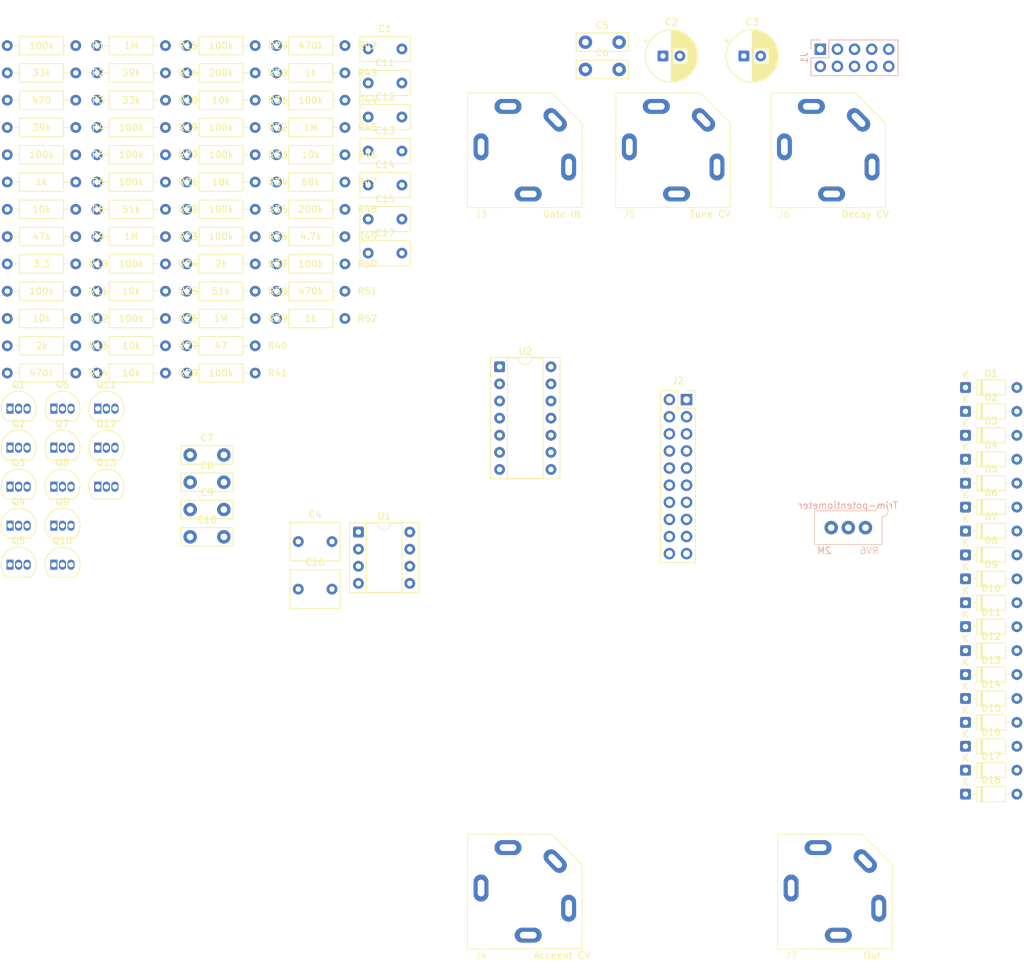
<source format=kicad_pcb>
(kicad_pcb (version 20241229) (generator "pcbnew") (generator_version "9.0")
  (layers (0 "F.Cu" signal) (2 "B.Cu" signal) (13 "F.Paste" user) (15 "B.Paste" user) (5 "F.SilkS" user "F.Silkscreen") (7 "B.SilkS" user "B.Silkscreen") (1 "F.Mask" user) (3 "B.Mask" user) (25 "Edge.Cuts" user))
  (net 0 "")
  (net 1 "Net-(Q1-E)")
  (net 2 "io tune decay 1")
  (net 3 "triangle 2")
  (net 4 "Net-(C12-Pad1)")
  (net 5 "Net-(D5-K)")
  (net 6 "GND")
  (net 7 "Net-(C15-Pad1)")
  (net 8 "Net-(Q9-E)")
  (net 9 "Net-(Q8-B)")
  (net 10 "Net-(Q8-E)")
  (net 11 "io fm on{slash}off pin 1")
  (net 12 "Net-(D11-K)")
  (net 13 "gate in")
  (net 14 "Net-(D3-A)")
  (net 15 "io decay pin 1")
  (net 16 "+12V")
  (net 17 "-12V")
  (net 18 "Net-(D1-A)")
  (net 19 "io tune lvl pin 2")
  (net 20 "Net-(D2-K)")
  (net 21 "tune 2")
  (net 22 "sine")
  (net 23 "accented trigger")
  (net 24 "trigger")
  (net 25 "Net-(D6-K)")
  (net 26 "Net-(D7-K)")
  (net 27 "square 1")
  (net 28 "square 2")
  (net 29 "Net-(D8-K)")
  (net 30 "Net-(D13-A)")
  (net 31 "Net-(D15-K)")
  (net 32 "accent cv")
  (net 33 "decay cv")
  (net 34 "tune cv")
  (net 35 "out")
  (net 36 "Net-(D17-A)")
  (net 37 "Net-(Q2-B)")
  (net 38 "io fm on{slash}off pin 2")
  (net 39 "io tune 1 pin 3")
  (net 40 "Net-(Q4-B)")
  (net 41 "Net-(Q4-C)")
  (net 42 "Net-(Q8-C)")
  (net 43 "Net-(Q11-B)")
  (net 44 "Net-(Q6-B)")
  (net 45 "Net-(Q6-C)")
  (net 46 "Net-(Q7-B)")
  (net 47 "Net-(Q7-C)")
  (net 48 "Net-(Q9-B)")
  (net 49 "Net-(Q10-C)")
  (net 50 "Net-(Q11-C)")
  (net 51 "Net-(Q10-B)")
  (net 52 "Net-(Q11-E)")
  (net 53 "Net-(Q12-E)")
  (net 54 "Net-(Q12-B)")
  (net 55 "tune 1")
  (net 56 "Net-(Q12-C)")
  (net 57 "Net-(Q13-E)")
  (net 58 "Net-(U1A--)")
  (net 59 "io decay pin 2")
  (net 61 "io tune 2 pin 2")
  (net 62 "io tune 2 pin 3")
  (net 63 "pulse")
  (net 64 "io sine{slash}pulse pin 2")
  (net 65 "io tune depth 1")
  (net 66 "Net-(U2A-+)")
  (net 67 "Net-(U2B-+)")
  (net 68 "Net-(U2C-+)")
  (net 70 "Net-(R45-Pad2)")
  (net 71 "Net-(U2D-+)")
  (net 72 "Net-(R48-Pad2)")
  (footprint "cynthia:R_Axial_DIN0207_L6.3mm_D2.5mm_P10.16mm_Horizontal" (layer "F.Cu") (at 81.86 23.46)
    (property "Reference" "R29" (at 13.5 0 0) (layer "F.SilkS"))
    (property "Value" "100k" (at 5.08 0 0) (layer "F.SilkS"))
    (pad "1" thru_hole circle (at 0 0) (size 1.6 1.6) (drill 0.8) (layers "*.Cu" "*.Mask") (net 6 "GND"))
    (pad "2" thru_hole circle (at 10.16 0) (size 1.6 1.6) (drill 0.8) (layers "*.Cu" "*.Mask") (net 67 "Net-(U2B-+)"))
  )
  (footprint "Package_TO_SOT_THT:TO-92_Inline" (layer "F.Cu") (at 55.65 77.34)
    (property "Reference" "Q1" (at 1.27 -3.56 0) (layer "F.SilkS"))
    (property "Value" "BC558")
    (pad "1" thru_hole rect (at 0 0) (size 1.05 1.5) (drill 0.75) (layers "*.Cu" "*.Mask") (net 6 "GND"))
    (pad "2" thru_hole oval (at 1.27 0) (size 1.05 1.5) (drill 0.75) (layers "*.Cu" "*.Mask") (net 14 "Net-(D3-A)"))
    (pad "3" thru_hole oval (at 2.54 0) (size 1.05 1.5) (drill 0.75) (layers "*.Cu" "*.Mask") (net 1 "Net-(Q1-E)"))
  )
  (footprint "Capacitor_THT:CP_Radial_D7.5mm_P2.50mm" (layer "F.Cu") (at 152.5 25)
    (property "Reference" "C2" (at 1.25 -5 0) (layer "F.SilkS"))
    (property "Value" "47uF")
    (pad "1" thru_hole roundrect (at 0 0) (size 1.6 1.6) (drill 0.8) (layers "*.Cu" "*.Mask") (roundrect_rratio 0.15625) (net 16 "+12V"))
    (pad "2" thru_hole circle (at 2.5 0) (size 1.6 1.6) (drill 0.8) (layers "*.Cu" "*.Mask") (net 6 "GND"))
  )
  (footprint "cynthia:R_Axial_DIN0207_L6.3mm_D2.5mm_P10.16mm_Horizontal" (layer "F.Cu") (at 68.55 43.71)
    (property "Reference" "R21" (at 13.5 0 0) (layer "F.SilkS"))
    (property "Value" "100k" (at 5.08 0 0) (layer "F.SilkS"))
    (pad "1" thru_hole circle (at 0 0) (size 1.6 1.6) (drill 0.8) (layers "*.Cu" "*.Mask") (net 30 "Net-(D13-A)"))
    (pad "2" thru_hole circle (at 10.16 0) (size 1.6 1.6) (drill 0.8) (layers "*.Cu" "*.Mask") (net 46 "Net-(Q7-B)"))
  )
  (footprint "cynthia:R_Axial_DIN0207_L6.3mm_D2.5mm_P10.16mm_Horizontal" (layer "F.Cu") (at 81.86 72.06)
    (property "Reference" "R41" (at 13.5 0 0) (layer "F.SilkS"))
    (property "Value" "100k" (at 5.08 0 0) (layer "F.SilkS"))
    (pad "1" thru_hole circle (at 0 0) (size 1.6 1.6) (drill 0.8) (layers "*.Cu" "*.Mask") (net 6 "GND"))
    (pad "2" thru_hole circle (at 10.16 0) (size 1.6 1.6) (drill 0.8) (layers "*.Cu" "*.Mask") (net 68 "Net-(U2C-+)"))
  )
  (footprint "Package_TO_SOT_THT:TO-92_Inline" (layer "F.Cu") (at 68.67 88.92)
    (property "Reference" "Q13" (at 1.27 -3.56 0) (layer "F.SilkS"))
    (property "Value" "BC558")
    (pad "1" thru_hole rect (at 0 0) (size 1.05 1.5) (drill 0.75) (layers "*.Cu" "*.Mask") (net 6 "GND"))
    (pad "2" thru_hole oval (at 1.27 0) (size 1.05 1.5) (drill 0.75) (layers "*.Cu" "*.Mask") (net 36 "Net-(D17-A)"))
    (pad "3" thru_hole oval (at 2.54 0) (size 1.05 1.5) (drill 0.75) (layers "*.Cu" "*.Mask") (net 57 "Net-(Q13-E)"))
  )
  (footprint "cynthia:6.25mm Jack Stereo Switched" (layer "F.Cu") (at 170.515885 45.484116)
    (property "Reference" "J6" (at 0 3 0) (layer "F.SilkS") (effects (font (thickness 0.1))))
    (property "Value" "Decay CV" (at 12 3 0) (layer "F.SilkS"))
    (pad "R" thru_hole oval (at 0 -7 90) (size 4 2.2) (drill oval 2.5 1) (layers "*.Cu" "*.Mask"))
    (pad "RN" thru_hole oval (at 4 -13) (size 4 2.2) (drill oval 2.5 1) (layers "*.Cu" "*.Mask"))
    (pad "S" thru_hole oval (at 11 -11 134) (size 4 2.2) (drill oval 2.5 1) (layers "*.Cu" "*.Mask") (net 6 "GND"))
    (pad "T" thru_hole oval (at 7 0) (size 4 2.2) (drill oval 2.5 1) (layers "*.Cu" "*.Mask") (net 33 "decay cv"))
    (pad "TN" thru_hole oval (at 13 -4 90) (size 4 2.2) (drill oval 2.5 1) (layers "*.Cu" "*.Mask") (net 6 "GND"))
  )
  (footprint "Diode_THT:D_DO-35_SOD27_P7.62mm_Horizontal" (layer "F.Cu") (at 197.38 74.2)
    (property "Reference" "D1" (at 3.81 -2.12 0) (layer "F.SilkS"))
    (property "Value" "1N4148")
    (fp_text user "K" (at 0 -1.8 0) (layer "F.SilkS"))
    (pad "1" thru_hole roundrect (at 0 0) (size 1.6 1.6) (drill 0.8) (layers "*.Cu" "*.Mask") (roundrect_rratio 0.15625) (net 2 "io tune decay 1"))
    (pad "2" thru_hole circle (at 7.62 0) (size 1.6 1.6) (drill 0.8) (layers "*.Cu" "*.Mask") (net 18 "Net-(D1-A)"))
  )
  (footprint "cynthia:R_Axial_DIN0207_L6.3mm_D2.5mm_P10.16mm_Horizontal" (layer "F.Cu") (at 81.86 39.66)
    (property "Reference" "R33" (at 13.5 0 0) (layer "F.SilkS"))
    (property "Value" "100k" (at 5.08 0 0) (layer "F.SilkS"))
    (pad "1" thru_hole circle (at 0 0) (size 1.6 1.6) (drill 0.8) (layers "*.Cu" "*.Mask") (net 38 "io fm on{slash}off pin 2"))
    (pad "2" thru_hole circle (at 10.16 0) (size 1.6 1.6) (drill 0.8) (layers "*.Cu" "*.Mask") (net 21 "tune 2"))
  )
  (footprint "cynthia:R_Axial_DIN0207_L6.3mm_D2.5mm_P10.16mm_Horizontal" (layer "F.Cu") (at 95.17 55.86)
    (property "Reference" "R50" (at 13.5 0 0) (layer "F.SilkS"))
    (property "Value" "100k" (at 5.08 0 0) (layer "F.SilkS"))
    (pad "1" thru_hole circle (at 0 0) (size 1.6 1.6) (drill 0.8) (layers "*.Cu" "*.Mask") (net 71 "Net-(U2D-+)"))
    (pad "2" thru_hole circle (at 10.16 0) (size 1.6 1.6) (drill 0.8) (layers "*.Cu" "*.Mask") (net 28 "square 2"))
  )
  (footprint "Package_TO_SOT_THT:TO-92_Inline" (layer "F.Cu") (at 62.16 77.34)
    (property "Reference" "Q6" (at 1.27 -3.56 0) (layer "F.SilkS"))
    (property "Value" "BC548")
    (pad "1" thru_hole rect (at 0 0) (size 1.05 1.5) (drill 0.75) (layers "*.Cu" "*.Mask") (net 45 "Net-(Q6-C)"))
    (pad "2" thru_hole oval (at 1.27 0) (size 1.05 1.5) (drill 0.75) (layers "*.Cu" "*.Mask") (net 44 "Net-(Q6-B)"))
    (pad "3" thru_hole oval (at 2.54 0) (size 1.05 1.5) (drill 0.75) (layers "*.Cu" "*.Mask") (net 6 "GND"))
  )
  (footprint "Diode_THT:D_DO-35_SOD27_P7.62mm_Horizontal" (layer "F.Cu") (at 197.38 84.85)
    (property "Reference" "D4" (at 3.81 -2.12 0) (layer "F.SilkS"))
    (property "Value" "1N4148")
    (fp_text user "K" (at 0 -1.8 0) (layer "F.SilkS"))
    (pad "1" thru_hole roundrect (at 0 0) (size 1.6 1.6) (drill 0.8) (layers "*.Cu" "*.Mask") (roundrect_rratio 0.15625) (net 14 "Net-(D3-A)"))
    (pad "2" thru_hole circle (at 7.62 0) (size 1.6 1.6) (drill 0.8) (layers "*.Cu" "*.Mask") (net 6 "GND"))
  )
  (footprint "Capacitor_THT:C_Rect_L7.2mm_W3.5mm_P5.00mm_FKS2_FKP2_MKS2_MKP2" (layer "F.Cu") (at 108.78 54.26)
    (property "Reference" "C17" (at 2.5 -3 0) (layer "F.SilkS"))
    (property "Value" "330pF")
    (pad "1" thru_hole circle (at 0 0) (size 1.6 1.6) (drill 0.8) (layers "*.Cu" "*.Mask") (net 3 "triangle 2"))
    (pad "2" thru_hole circle (at 5 0) (size 1.6 1.6) (drill 0.8) (layers "*.Cu" "*.Mask") (net 52 "Net-(Q11-E)"))
  )
  (footprint "cynthia:R_Axial_DIN0207_L6.3mm_D2.5mm_P10.16mm_Horizontal" (layer "F.Cu") (at 55.24 43.71)
    (property "Reference" "R6" (at 13.5 0 0) (layer "F.SilkS"))
    (property "Value" "1k" (at 5.08 0 0) (layer "F.SilkS"))
    (pad "1" thru_hole circle (at 0 0) (size 1.6 1.6) (drill 0.8) (layers "*.Cu" "*.Mask") (net 32 "accent cv"))
    (pad "2" thru_hole circle (at 10.16 0) (size 1.6 1.6) (drill 0.8) (layers "*.Cu" "*.Mask") (net 14 "Net-(D3-A)"))
  )
  (footprint "Package_TO_SOT_THT:TO-92_Inline" (layer "F.Cu") (at 68.67 77.34)
    (property "Reference" "Q11" (at 1.27 -3.56 0) (layer "F.SilkS"))
    (property "Value" "BC548")
    (pad "1" thru_hole rect (at 0 0) (size 1.05 1.5) (drill 0.75) (layers "*.Cu" "*.Mask") (net 50 "Net-(Q11-C)"))
    (pad "2" thru_hole oval (at 1.27 0) (size 1.05 1.5) (drill 0.75) (layers "*.Cu" "*.Mask") (net 43 "Net-(Q11-B)"))
    (pad "3" thru_hole oval (at 2.54 0) (size 1.05 1.5) (drill 0.75) (layers "*.Cu" "*.Mask") (net 52 "Net-(Q11-E)"))
  )
  (footprint "Capacitor_THT:C_Disc_D7.5mm_W2.5mm_P5.00mm" (layer "F.Cu") (at 82.37 88.26)
    (property "Reference" "C8" (at 2.5 -2.5 0) (layer "F.SilkS"))
    (property "Value" "100nF")
    (pad "1" thru_hole circle (at 0 0) (size 2 2) (drill 1) (layers "*.Cu" "*.Mask") (net 6 "GND"))
    (pad "2" thru_hole circle (at 5 0) (size 2 2) (drill 1) (layers "*.Cu" "*.Mask") (net 17 "-12V"))
  )
  (footprint "cynthia:6.25mm Jack Stereo Switched" (layer "F.Cu") (at 171.515885 155.484116)
    (property "Reference" "J7" (at 0 3 0) (layer "F.SilkS") (effects (font (thickness 0.1))))
    (property "Value" "Out" (at 12 3 0) (layer "F.SilkS"))
    (pad "R" thru_hole oval (at 0 -7 90) (size 4 2.2) (drill oval 2.5 1) (layers "*.Cu" "*.Mask"))
    (pad "RN" thru_hole oval (at 4 -13) (size 4 2.2) (drill oval 2.5 1) (layers "*.Cu" "*.Mask"))
    (pad "S" thru_hole oval (at 11 -11 134) (size 4 2.2) (drill oval 2.5 1) (layers "*.Cu" "*.Mask") (net 6 "GND"))
    (pad "T" thru_hole oval (at 7 0) (size 4 2.2) (drill oval 2.5 1) (layers "*.Cu" "*.Mask") (net 35 "out"))
    (pad "TN" thru_hole oval (at 13 -4 90) (size 4 2.2) (drill oval 2.5 1) (layers "*.Cu" "*.Mask") (net 6 "GND"))
  )
  (footprint "cynthia:R_Axial_DIN0207_L6.3mm_D2.5mm_P10.16mm_Horizontal" (layer "F.Cu") (at 55.24 55.86)
    (property "Reference" "R10" (at 13.5 0 0) (layer "F.SilkS"))
    (property "Value" "3.3" (at 5.08 0 0) (layer "F.SilkS"))
    (pad "1" thru_hole circle (at 0 0) (size 1.6 1.6) (drill 0.8) (layers "*.Cu" "*.Mask") (net 1 "Net-(Q1-E)"))
    (pad "2" thru_hole circle (at 10.16 0) (size 1.6 1.6) (drill 0.8) (layers "*.Cu" "*.Mask") (net 37 "Net-(Q2-B)"))
  )
  (footprint "Capacitor_THT:C_Rect_L7.2mm_W3.5mm_P5.00mm_FKS2_FKP2_MKS2_MKP2" (layer "F.Cu") (at 108.78 23.96)
    (property "Reference" "C1" (at 2.5 -3 0) (layer "F.SilkS"))
    (property "Value" "10nF")
    (pad "1" thru_hole circle (at 0 0) (size 1.6 1.6) (drill 0.8) (layers "*.Cu" "*.Mask") (net 13 "gate in"))
    (pad "2" thru_hole circle (at 5 0) (size 1.6 1.6) (drill 0.8) (layers "*.Cu" "*.Mask") (net 20 "Net-(D2-K)"))
  )
  (footprint "Capacitor_THT:C_Disc_D7.5mm_W2.5mm_P5.00mm" (layer "F.Cu") (at 82.37 84.21)
    (property "Reference" "C7" (at 2.5 -2.5 0) (layer "F.SilkS"))
    (property "Value" "100nF")
    (pad "1" thru_hole circle (at 0 0) (size 2 2) (drill 1) (layers "*.Cu" "*.Mask") (net 16 "+12V"))
    (pad "2" thru_hole circle (at 5 0) (size 2 2) (drill 1) (layers "*.Cu" "*.Mask") (net 6 "GND"))
  )
  (footprint "cynthia:R_Axial_DIN0207_L6.3mm_D2.5mm_P10.16mm_Horizontal" (layer "F.Cu") (at 95.17 31.56)
    (property "Reference" "R44" (at 13.5 0 0) (layer "F.SilkS"))
    (property "Value" "100k" (at 5.08 0 0) (layer "F.SilkS"))
    (pad "1" thru_hole circle (at 0 0) (size 1.6 1.6) (drill 0.8) (layers "*.Cu" "*.Mask") (net 51 "Net-(Q10-B)"))
    (pad "2" thru_hole circle (at 10.16 0) (size 1.6 1.6) (drill 0.8) (layers "*.Cu" "*.Mask") (net 28 "square 2"))
  )
  (footprint "Capacitor_THT:C_Disc_D7.5mm_W2.5mm_P5.00mm" (layer "F.Cu") (at 82.37 96.36)
    (property "Reference" "C10" (at 2.5 -2.5 0) (layer "F.SilkS"))
    (property "Value" "100nF")
    (pad "1" thru_hole circle (at 0 0) (size 2 2) (drill 1) (layers "*.Cu" "*.Mask") (net 6 "GND"))
    (pad "2" thru_hole circle (at 5 0) (size 2 2) (drill 1) (layers "*.Cu" "*.Mask") (net 17 "-12V"))
  )
  (footprint "cynthia:R_Axial_DIN0207_L6.3mm_D2.5mm_P10.16mm_Horizontal" (layer "F.Cu") (at 68.55 47.76)
    (property "Reference" "R22" (at 13.5 0 0) (layer "F.SilkS"))
    (property "Value" "51k" (at 5.08 0 0) (layer "F.SilkS"))
    (pad "1" thru_hole circle (at 0 0) (size 1.6 1.6) (drill 0.8) (layers "*.Cu" "*.Mask") (net 45 "Net-(Q6-C)"))
    (pad "2" thru_hole circle (at 10.16 0) (size 1.6 1.6) (drill 0.8) (layers "*.Cu" "*.Mask") (net 10 "Net-(Q8-E)"))
  )
  (footprint "cynthia:R_Axial_DIN0207_L6.3mm_D2.5mm_P10.16mm_Horizontal" (layer "F.Cu") (at 81.86 55.86)
    (property "Reference" "R37" (at 13.5 0 0) (layer "F.SilkS"))
    (property "Value" "2k" (at 5.08 0 0) (layer "F.SilkS"))
    (pad "1" thru_hole circle (at 0 0) (size 1.6 1.6) (drill 0.8) (layers "*.Cu" "*.Mask") (net 64 "io sine{slash}pulse pin 2"))
    (pad "2" thru_hole circle (at 10.16 0) (size 1.6 1.6) (drill 0.8) (layers "*.Cu" "*.Mask") (net 56 "Net-(Q12-C)"))
  )
  (footprint "cynthia:R_Axial_DIN0207_L6.3mm_D2.5mm_P10.16mm_Horizontal" (layer "F.Cu") (at 55.24 31.56)
    (property "Reference" "R3" (at 13.5 0 0) (layer "F.SilkS"))
    (property "Value" "470" (at 5.08 0 0) (layer "F.SilkS"))
    (pad "1" thru_hole circle (at 0 0) (size 1.6 1.6) (drill 0.8) (layers "*.Cu" "*.Mask") (net 24 "trigger"))
    (pad "2" thru_hole circle (at 10.16 0) (size 1.6 1.6) (drill 0.8) (layers "*.Cu" "*.Mask") (net 18 "Net-(D1-A)"))
  )
  (footprint "Capacitor_THT:C_Rect_L7.2mm_W3.5mm_P5.00mm_FKS2_FKP2_MKS2_MKP2" (layer "F.Cu") (at 108.78 29.01)
    (property "Reference" "C11" (at 2.5 -3 0) (layer "F.SilkS"))
    (property "Value" "5.6nF")
    (pad "1" thru_hole circle (at 0 0) (size 1.6 1.6) (drill 0.8) (layers "*.Cu" "*.Mask") (net 25 "Net-(D6-K)"))
    (pad "2" thru_hole circle (at 5 0) (size 1.6 1.6) (drill 0.8) (layers "*.Cu" "*.Mask") (net 6 "GND"))
  )
  (footprint "cynthia:R_Axial_DIN0207_L6.3mm_D2.5mm_P10.16mm_Horizontal" (layer "F.Cu") (at 68.55 31.56)
    (property "Reference" "R18" (at 13.5 0 0) (layer "F.SilkS"))
    (property "Value" "33k" (at 5.08 0 0) (layer "F.SilkS"))
    (pad "1" thru_hole circle (at 0 0) (size 1.6 1.6) (drill 0.8) (layers "*.Cu" "*.Mask") (net 61 "io tune 2 pin 2"))
    (pad "2" thru_hole circle (at 10.16 0) (size 1.6 1.6) (drill 0.8) (layers "*.Cu" "*.Mask") (net 21 "tune 2"))
  )
  (footprint "Capacitor_THT:C_Rect_L7.2mm_W3.5mm_P5.00mm_FKS2_FKP2_MKS2_MKP2" (layer "F.Cu") (at 108.78 49.21)
    (property "Reference" "C15" (at 2.5 -3 0) (layer "F.SilkS"))
    (property "Value" "15nF")
    (pad "1" thru_hole circle (at 0 0) (size 1.6 1.6) (drill 0.8) (layers "*.Cu" "*.Mask") (net 7 "Net-(C15-Pad1)"))
    (pad "2" thru_hole circle (at 5 0) (size 1.6 1.6) (drill 0.8) (layers "*.Cu" "*.Mask") (net 8 "Net-(Q9-E)"))
  )
  (footprint "cynthia:6.25mm Jack Stereo Switched" (layer "F.Cu") (at 125.515885 45.484116)
    (property "Reference" "J3" (at 0 3 0) (layer "F.SilkS") (effects (font (thickness 0.1))))
    (property "Value" "Gate IN" (at 12 3 0) (layer "F.SilkS"))
    (pad "R" thru_hole oval (at 0 -7 90) (size 4 2.2) (drill oval 2.5 1) (layers "*.Cu" "*.Mask"))
    (pad "RN" thru_hole oval (at 4 -13) (size 4 2.2) (drill oval 2.5 1) (layers "*.Cu" "*.Mask"))
    (pad "S" thru_hole oval (at 11 -11 134) (size 4 2.2) (drill oval 2.5 1) (layers "*.Cu" "*.Mask") (net 6 "GND"))
    (pad "T" thru_hole oval (at 7 0) (size 4 2.2) (drill oval 2.5 1) (layers "*.Cu" "*.Mask") (net 13 "gate in"))
    (pad "TN" thru_hole oval (at 13 -4 90) (size 4 2.2) (drill oval 2.5 1) (layers "*.Cu" "*.Mask") (net 6 "GND"))
  )
  (footprint "cynthia:R_Axial_DIN0207_L6.3mm_D2.5mm_P10.16mm_Horizontal" (layer "F.Cu") (at 95.17 23.46)
    (property "Reference" "R42" (at 13.5 0 0) (layer "F.SilkS"))
    (property "Value" "470k" (at 5.08 0 0) (layer "F.SilkS"))
    (pad "1" thru_hole circle (at 0 0) (size 1.6 1.6) (drill 0.8) (layers "*.Cu" "*.Mask") (net 15 "io decay pin 1"))
    (pad "2" thru_hole circle (at 10.16 0) (size 1.6 1.6) (drill 0.8) (layers "*.Cu" "*.Mask") (net 54 "Net-(Q12-B)"))
  )
  (footprint "cynthia:R_Axial_DIN0207_L6.3mm_D2.5mm_P10.16mm_Horizontal" (layer "F.Cu") (at 81.86 43.71)
    (property "Reference" "R34" (at 13.5 0 0) (layer "F.SilkS"))
    (property "Value" "18k" (at 5.08 0 0) (layer "F.SilkS"))
    (pad "1" thru_hole circle (at 0 0) (size 1.6 1.6) (drill 0.8) (layers "*.Cu" "*.Mask") (net 7 "Net-(C15-Pad1)"))
    (pad "2" thru_hole circle (at 10.16 0) (size 1.6 1.6) (drill 0.8) (layers "*.Cu" "*.Mask") (net 63 "pulse"))
  )
  (footprint "cynthia:R_Axial_DIN0207_L6.3mm_D2.5mm_P10.16mm_Horizontal" (layer "F.Cu") (at 81.86 63.96)
    (property "Reference" "R39" (at 13.5 0 0) (layer "F.SilkS"))
    (property "Value" "1M" (at 5.08 0 0) (layer "F.SilkS"))
    (pad "1" thru_hole circle (at 0 0) (size 1.6 1.6) (drill 0.8) (layers "*.Cu" "*.Mask") (net 24 "trigger"))
    (pad "2" thru_hole circle (at 10.16 0) (size 1.6 1.6) (drill 0.8) (layers "*.Cu" "*.Mask") (net 43 "Net-(Q11-B)"))
  )
  (footprint "cynthia:R_Axial_DIN0207_L6.3mm_D2.5mm_P10.16mm_Horizontal" (layer "F.Cu") (at 95.17 27.51)
    (property "Reference" "R43" (at 13.5 0 0) (layer "F.SilkS"))
    (property "Value" "1k" (at 5.08 0 0) (layer "F.SilkS"))
    (pad "1" thru_hole circle (at 0 0) (size 1.6 1.6) (drill 0.8) (layers "*.Cu" "*.Mask") (net 33 "decay cv"))
    (pad "2" thru_hole circle (at 10.16 0) (size 1.6 1.6) (drill 0.8) (layers "*.Cu" "*.Mask") (net 36 "Net-(D17-A)"))
  )
  (footprint "Capacitor_THT:CP_Radial_D7.5mm_P2.50mm" (layer "F.Cu") (at 164.5 25)
    (property "Reference" "C3" (at 1.25 -5 0) (layer "F.SilkS"))
    (property "Value" "47uF")
    (pad "1" thru_hole roundrect (at 0 0) (size 1.6 1.6) (drill 0.8) (layers "*.Cu" "*.Mask") (roundrect_rratio 0.15625) (net 6 "GND"))
    (pad "2" thru_hole circle (at 2.5 0) (size 1.6 1.6) (drill 0.8) (layers "*.Cu" "*.Mask") (net 17 "-12V"))
  )
  (footprint "Diode_THT:D_DO-35_SOD27_P7.62mm_Horizontal" (layer "F.Cu") (at 197.38 77.75)
    (property "Reference" "D2" (at 3.81 -2.12 0) (layer "F.SilkS"))
    (property "Value" "1N4148")
    (fp_text user "K" (at 0 -1.8 0) (layer "F.SilkS"))
    (pad "1" thru_hole roundrect (at 0 0) (size 1.6 1.6) (drill 0.8) (layers "*.Cu" "*.Mask") (roundrect_rratio 0.15625) (net 20 "Net-(D2-K)"))
    (pad "2" thru_hole circle (at 7.62 0) (size 1.6 1.6) (drill 0.8) (layers "*.Cu" "*.Mask") (net 6 "GND"))
  )
  (footprint "Diode_THT:D_DO-35_SOD27_P7.62mm_Horizontal" (layer "F.Cu") (at 197.38 95.5)
    (property "Reference" "D7" (at 3.81 -2.12 0) (layer "F.SilkS"))
    (property "Value" "1N4148")
    (fp_text user "K" (at 0 -1.8 0) (layer "F.SilkS"))
    (pad "1" thru_hole roundrect (at 0 0) (size 1.6 1.6) (drill 0.8) (layers "*.Cu" "*.Mask") (roundrect_rratio 0.15625) (net 26 "Net-(D7-K)"))
    (pad "2" thru_hole circle (at 7.62 0) (size 1.6 1.6) (drill 0.8) (layers "*.Cu" "*.Mask") (net 19 "io tune lvl pin 2"))
  )
  (footprint "cynthia:R_Axial_DIN0207_L6.3mm_D2.5mm_P10.16mm_Horizontal" (layer "F.Cu") (at 55.24 35.61)
    (property "Reference" "R4" (at 13.5 0 0) (layer "F.SilkS"))
    (property "Value" "39k" (at 5.08 0 0) (layer "F.SilkS"))
    (pad "1" thru_hole circle (at 0 0) (size 1.6 1.6) (drill 0.8) (layers "*.Cu" "*.Mask") (net 6 "GND"))
    (pad "2" thru_hole circle (at 10.16 0) (size 1.6 1.6) (drill 0.8) (layers "*.Cu" "*.Mask") (net 20 "Net-(D2-K)"))
  )
  (footprint "cynthia:R_Axial_DIN0207_L6.3mm_D2.5mm_P10.16mm_Horizontal" (layer "F.Cu") (at 55.24 68.01)
    (property "Reference" "R13" (at 13.5 0 0) (layer "F.SilkS"))
    (property "Value" "2k" (at 5.08 0 0) (layer "F.SilkS"))
    (pad "1" thru_hole circle (at 0 0) (size 1.6 1.6) (drill 0.8) (layers "*.Cu" "*.Mask") (net 3 "triangle 2"))
    (pad "2" thru_hole circle (at 10.16 0) (size 1.6 1.6) (drill 0.8) (layers "*.Cu" "*.Mask") (net 41 "Net-(Q4-C)"))
  )
  (footprint "cynthia:R_Axial_DIN0207_L6.3mm_D2.5mm_P10.16mm_Horizontal" (layer "F.Cu") (at 81.86 31.56)
    (property "Reference" "R31" (at 13.5 0 0) (layer "F.SilkS"))
    (property "Value" "10k" (at 5.08 0 0) (layer "F.SilkS"))
    (pad "1" thru_hole circle (at 0 0) (size 1.6 1.6) (drill 0.8) (layers "*.Cu" "*.Mask") (net 17 "-12V"))
    (pad "2" thru_hole circle (at 10.16 0) (size 1.6 1.6) (drill 0.8) (layers "*.Cu" "*.Mask") (net 8 "Net-(Q9-E)"))
  )
  (footprint "cynthia:R_Axial_DIN0207_L6.3mm_D2.5mm_P10.16mm_Horizontal" (layer "F.Cu") (at 95.17 63.96)
    (property "Reference" "R52" (at 13.5 0 0) (layer "F.SilkS"))
    (property "Value" "1k" (at 5.08 0 0) (layer "F.SilkS"))
    (pad "1" thru_hole circle (at 0 0) (size 1.6 1.6) (drill 0.8) (layers "*.Cu" "*.Mask") (net 72 "Net-(R48-Pad2)"))
    (pad "2" thru_hole circle (at 10.16 0) (size 1.6 1.6) (drill 0.8) (layers "*.Cu" "*.Mask") (net 35 "out"))
  )
  (footprint "Diode_THT:D_DO-35_SOD27_P7.62mm_Horizontal" (layer "F.Cu") (at 197.38 81.3)
    (property "Reference" "D3" (at 3.81 -2.12 0) (layer "F.SilkS"))
    (property "Value" "1N4148")
    (fp_text user "K" (at 0 -1.8 0) (layer "F.SilkS"))
    (pad "1" thru_hole roundrect (at 0 0) (size 1.6 1.6) (drill 0.8) (layers "*.Cu" "*.Mask") (roundrect_rratio 0.15625) (net 16 "+12V"))
    (pad "2" thru_hole circle (at 7.62 0) (size 1.6 1.6) (drill 0.8) (layers "*.Cu" "*.Mask") (net 14 "Net-(D3-A)"))
  )
  (footprint "cynthia:R_Axial_DIN0207_L6.3mm_D2.5mm_P10.16mm_Horizontal" (layer "F.Cu") (at 55.24 59.91)
    (property "Reference" "R11" (at 13.5 0 0) (layer "F.SilkS"))
    (property "Value" "100k" (at 5.08 0 0) (layer "F.SilkS"))
    (pad "1" thru_hole circle (at 0 0) (size 1.6 1.6) (drill 0.8) (layers "*.Cu" "*.Mask") (net 6 "GND"))
    (pad "2" thru_hole circle (at 10.16 0) (size 1.6 1.6) (drill 0.8) (layers "*.Cu" "*.Mask") (net 23 "accented trigger"))
  )
  (footprint "Capacitor_THT:C_Rect_L7.2mm_W5.5mm_P5.00mm_FKS2_FKP2_MKS2_MKP2" (layer "F.Cu") (at 98.41 97.07)
    (property "Reference" "C4" (at 2.5 -4 0) (layer "F.SilkS"))
    (property "Value" "470nF")
    (pad "1" thru_hole circle (at 0 0) (size 1.6 1.6) (drill 0.8) (layers "*.Cu" "*.Mask") (net 2 "io tune decay 1"))
    (pad "2" thru_hole circle (at 5 0) (size 1.6 1.6) (drill 0.8) (layers "*.Cu" "*.Mask") (net 6 "GND"))
  )
  (footprint "cynthia:R_Axial_DIN0207_L6.3mm_D2.5mm_P10.16mm_Horizontal" (layer "F.Cu") (at 68.55 72.06)
    (property "Reference" "R28" (at 13.5 0 0) (layer "F.SilkS"))
    (property "Value" "10k" (at 5.08 0 0) (layer "F.SilkS"))
    (pad "1" thru_hole circle (at 0 0) (size 1.6 1.6) (drill 0.8) (layers "*.Cu" "*.Mask") (net 8 "Net-(Q9-E)"))
    (pad "2" thru_hole circle (at 10.16 0) (size 1.6 1.6) (drill 0.8) (layers "*.Cu" "*.Mask") (net 4 "Net-(C12-Pad1)"))
  )
  (footprint "cynthia:R_Axial_DIN0207_L6.3mm_D2.5mm_P10.16mm_Horizontal" (layer "F.Cu") (at 55.24 51.81)
    (property "Reference" "R9" (at 13.5 0 0) (layer "F.SilkS"))
    (property "Value" "47k" (at 5.08 0 0) (layer "F.SilkS"))
    (pad "1" thru_hole circle (at 0 0) (size 1.6 1.6) (drill 0.8) (layers "*.Cu" "*.Mask") (net 5 "Net-(D5-K)"))
    (pad "2" thru_hole circle (at 10.16 0) (size 1.6 1.6) (drill 0.8) (layers "*.Cu" "*.Mask") (net 65 "io tune depth 1"))
  )
  (footprint "Package_TO_SOT_THT:TO-92_Inline" (layer "F.Cu") (at 68.67 83.13)
    (property "Reference" "Q12" (at 1.27 -3.56 0) (layer "F.SilkS"))
    (property "Value" "BC548")
    (pad "1" thru_hole rect (at 0 0) (size 1.05 1.5) (drill 0.75) (layers "*.Cu" "*.Mask") (net 56 "Net-(Q12-C)"))
    (pad "2" thru_hole oval (at 1.27 0) (size 1.05 1.5) (drill 0.75) (layers "*.Cu" "*.Mask") (net 54 "Net-(Q12-B)"))
    (pad "3" thru_hole oval (at 2.54 0) (size 1.05 1.5) (drill 0.75) (layers "*.Cu" "*.Mask") (net 53 "Net-(Q12-E)"))
  )
  (footprint "Capacitor_THT:C_Rect_L7.2mm_W3.5mm_P5.00mm_FKS2_FKP2_MKS2_MKP2" (layer "F.Cu") (at 108.78 34.06)
    (property "Reference" "C12" (at 2.5 -3 0) (layer "F.SilkS"))
    (property "Value" "470pF")
    (pad "1" thru_hole circle (at 0 0) (size 1.6 1.6) (drill 0.8) (layers "*.Cu" "*.Mask") (net 4 "Net-(C12-Pad1)"))
    (pad "2" thru_hole circle (at 5 0) (size 1.6 1.6) (drill 0.8) (layers "*.Cu" "*.Mask") (net 47 "Net-(Q7-C)"))
  )
  (footprint "Diode_THT:D_DO-35_SOD27_P7.62mm_Horizontal" (layer "F.Cu") (at 197.38 123.9)
    (property "Reference" "D15" (at 3.81 -2.12 0) (layer "F.SilkS"))
    (property "Value" "1N4148")
    (fp_text user "K" (at 0 -1.8 0) (layer "F.SilkS"))
    (pad "1" thru_hole roundrect (at 0 0) (size 1.6 1.6) (drill 0.8) (layers "*.Cu" "*.Mask") (roundrect_rratio 0.15625) (net 31 "Net-(D15-K)"))
    (pad "2" thru_hole circle (at 7.62 0) (size 1.6 1.6) (drill 0.8) (layers "*.Cu" "*.Mask") (net 21 "tune 2"))
  )
  (footprint "Package_TO_SOT_THT:TO-92_Inline" (layer "F.Cu") (at 62.16 83.13)
    (property "Reference" "Q7" (at 1.27 -3.56 0) (layer "F.SilkS"))
    (property "Value" "BC558")
    (pad "1" thru_hole rect (at 0 0) (size 1.05 1.5) (drill 0.75) (layers "*.Cu" "*.Mask") (net 47 "Net-(Q7-C)"))
    (pad "2" thru_hole oval (at 1.27 0) (size 1.05 1.5) (drill 0.75) (layers "*.Cu" "*.Mask") (net 46 "Net-(Q7-B)"))
    (pad "3" thru_hole oval (at 2.54 0) (size 1.05 1.5) (drill 0.75) (layers "*.Cu" "*.Mask") (net 12 "Net-(D11-K)"))
  )
  (footprint "cynthia:R_Axial_DIN0207_L6.3mm_D2.5mm_P10.16mm_Horizontal" (layer "F.Cu") (at 55.24 39.66)
    (property "Reference" "R5" (at 13.5 0 0) (layer "F.SilkS"))
    (property "Value" "100k" (at 5.08 0 0) (layer "F.SilkS"))
    (pad "1" thru_hole circle (at 0 0) (size 1.6 1.6) (drill 0.8) (layers "*.Cu" "*.Mask") (net 58 "Net-(U1A--)"))
    (pad "2" thru_hole circle (at 10.16 0) (size 1.6 1.6) (drill 0.8) (layers "*.Cu" "*.Mask") (net 16 "+12V"))
  )
  (footprint "Diode_THT:D_DO-35_SOD27_P7.62mm_Horizontal" (layer "F.Cu") (at 197.38 91.95)
    (property "Reference" "D6" (at 3.81 -2.12 0) (layer "F.SilkS"))
    (property "Value" "1N4148")
    (fp_text user "K" (at 0 -1.8 0) (layer "F.SilkS"))
    (pad "1" thru_hole roundrect (at 0 0) (size 1.6 1.6) (drill 0.8) (layers "*.Cu" "*.Mask") (roundrect_rratio 0.15625) (net 25 "Net-(D6-K)"))
    (pad "2" thru_hole circle (at 7.62 0) (size 1.6 1.6) (drill 0.8) (layers "*.Cu" "*.Mask") (net 23 "accented trigger"))
  )
  (footprint "cynthia:R_Axial_DIN0207_L6.3mm_D2.5mm_P10.16mm_Horizontal" (layer "F.Cu") (at 95.17 51.81)
    (property "Reference" "R49" (at 13.5 0 0) (layer "F.SilkS"))
    (property "Value" "4.7k" (at 5.08 0 0) (layer "F.SilkS"))
    (pad "1" thru_hole circle (at 0 0) (size 1.6 1.6) (drill 0.8) (layers "*.Cu" "*.Mask") (net 57 "Net-(Q13-E)"))
    (pad "2" thru_hole circle (at 10.16 0) (size 1.6 1.6) (drill 0.8) (layers "*.Cu" "*.Mask") (net 59 "io decay pin 2"))
  )
  (footprint "Capacitor_THT:C_Rect_L7.2mm_W3.5mm_P5.00mm_FKS2_FKP2_MKS2_MKP2" (layer "F.Cu") (at 108.78 44.16)
    (property "Reference" "C14" (at 2.5 -3 0) (layer "F.SilkS"))
    (property "Value" "470pF")
    (pad "1" thru_hole circle (at 0 0) (size 1.6 1.6) (drill 0.8) (layers "*.Cu" "*.Mask") (net 48 "Net-(Q9-B)"))
    (pad "2" thru_hole circle (at 5 0) (size 1.6 1.6) (drill 0.8) (layers "*.Cu" "*.Mask") (net 4 "Net-(C12-Pad1)"))
  )
  (footprint "Connector_PinSocket_2.54mm:PinSocket_2x10_P2.54mm_Vertical" (layer "F.Cu") (at 156 76)
    (property "Reference" "J2" (at -1.27 -2.77 0) (layer "F.SilkS"))
    (property "Value" "Conn_02x10_Counter_Clockwise")
    (pad "1" thru_hole rect (at 0 0) (size 1.7 1.7) (drill 1) (layers "*.Cu" "*.Mask") (net 34 "tune cv"))
    (pad "2" thru_hole circle (at -2.54 0) (size 1.7 1.7) (drill 1) (layers "*.Cu" "*.Mask") (net 19 "io tune lvl pin 2"))
    (pad "3" thru_hole circle (at 0 2.54) (size 1.7 1.7) (drill 1) (layers "*.Cu" "*.Mask") (net 2 "io tune decay 1"))
    (pad "4" thru_hole circle (at -2.54 2.54) (size 1.7 1.7) (drill 1) (layers "*.Cu" "*.Mask") (net 65 "io tune depth 1"))
    (pad "5" thru_hole circle (at 0 5.08) (size 1.7 1.7) (drill 1) (layers "*.Cu" "*.Mask") (net 21 "tune 2"))
    (pad "6" thru_hole circle (at -2.54 5.08) (size 1.7 1.7) (drill 1) (layers "*.Cu" "*.Mask") (net 55 "tune 1"))
    (pad "7" thru_hole circle (at 0 7.62) (size 1.7 1.7) (drill 1) (layers "*.Cu" "*.Mask") (net 39 "io tune 1 pin 3"))
    (pad "8" thru_hole circle (at -2.54 7.62) (size 1.7 1.7) (drill 1) (layers "*.Cu" "*.Mask") (net 61 "io tune 2 pin 2"))
    (pad "9" thru_hole circle (at 0 10.16) (size 1.7 1.7) (drill 1) (layers "*.Cu" "*.Mask") (net 62 "io tune 2 pin 3"))
    (pad "10" thru_hole circle (at -2.54 10.16) (size 1.7 1.7) (drill 1) (layers "*.Cu" "*.Mask"))
    (pad "11" thru_hole circle (at 0 12.7) (size 1.7 1.7) (drill 1) (layers "*.Cu" "*.Mask") (net 6 "GND"))
    (pad "12" thru_hole circle (at -2.54 12.7) (size 1.7 1.7) (drill 1) (layers "*.Cu" "*.Mask") (net 16 "+12V"))
    (pad "13" thru_hole circle (at 0 15.24) (size 1.7 1.7) (drill 1) (layers "*.Cu" "*.Mask"))
    (pad "14" thru_hole circle (at -2.54 15.24) (size 1.7 1.7) (drill 1) (layers "*.Cu" "*.Mask") (net 59 "io decay pin 2"))
    (pad "15" thru_hole circle (at 0 17.78) (size 1.7 1.7) (drill 1) (layers "*.Cu" "*.Mask") (net 15 "io decay pin 1"))
    (pad "16" thru_hole circle (at -2.54 17.78) (size 1.7 1.7) (drill 1) (layers "*.Cu" "*.Mask") (net 63 "pulse"))
    (pad "17" thru_hole circle (at 0 20.32) (size 1.7 1.7) (drill 1) (layers "*.Cu" "*.Mask") (net 64 "io sine{slash}pulse pin 2"))
    (pad "18" thru_hole circle (at -2.54 20.32) (size 1.7 1.7) (drill 1) (layers "*.Cu" "*.Mask") (net 22 "sine"))
    (pad "19" thru_hole circle (at 0 22.86) (size 1.7 1.7) (drill 1) (layers "*.Cu" "*.Mask") (net 38 "io fm on{slash}off pin 2"))
    (pad "20" thru_hole circle (at -2.54 22.86) (size 1.7 1.7) (drill 1) (layers "*.Cu" "*.Mask") (net 11 "io fm on{slash}off pin 1"))
  )
  (footprint "Diode_THT:D_DO-35_SOD27_P7.62mm_Horizontal" (layer "F.Cu") (at 197.38 127.45)
    (property "Reference" "D16" (at 3.81 -2.12 0) (layer "F.SilkS"))
    (property "Value" "1N4148")
    (fp_text user "K" (at 0 -1.8 0) (layer "F.SilkS"))
    (pad "1" thru_hole roundrect (at 0 0) (size 1.6 1.6) (drill 0.8) (layers "*.Cu" "*.Mask") (roundrect_rratio 0.15625) (net 15 "io decay pin 1"))
    (pad "2" thru_hole circle (at 7.62 0) (size 1.6 1.6) (drill 0.8) (layers "*.Cu" "*.Mask") (net 23 "accented trigger"))
  )
  (footprint "cynthia:R_Axial_DIN0207_L6.3mm_D2.5mm_P10.16mm_Horizontal" (layer "F.Cu") (at 95.17 47.76)
    (property "Reference" "R48" (at 13.5 0 0) (layer "F.SilkS"))
    (property "Value" "200k" (at 5.08 0 0) (layer "F.SilkS"))
    (pad "1" thru_hole circle (at 0 0) (size 1.6 1.6) (drill 0.8) (layers "*.Cu" "*.Mask") (net 53 "Net-(Q12-E)"))
    (pad "2" thru_hole circle (at 10.16 0) (size 1.6 1.6) (drill 0.8) (layers "*.Cu" "*.Mask") (net 72 "Net-(R48-Pad2)"))
  )
  (footprint "cynthia:R_Axial_DIN0207_L6.3mm_D2.5mm_P10.16mm_Horizontal" (layer "F.Cu") (at 81.86 35.61)
    (property "Reference" "R32" (at 13.5 0 0) (layer "F.SilkS"))
    (property "Value" "100k" (at 5.08 0 0) (layer "F.SilkS"))
    (pad "1" thru_hole circle (at 0 0) (size 1.6 1.6) (drill 0.8) (layers "*.Cu" "*.Mask") (net 67 "Net-(U2B-+)"))
    (pad "2" thru_hole circle (at 10.16 0) (size 1.6 1.6) (drill 0.8) (layers "*.Cu" "*.Mask") (net 27 "square 1"))
  )
  (footprint "Package_DIP:DIP-8_W7.62mm_Socket" (layer "F.Cu") (at 107.33 95.65)
    (property "Reference" "U1" (at 3.81 -2.33 0) (layer "F.SilkS"))
    (property "Value" "TL072")
    (pad "1" thru_hole roundrect (at 0 0) (size 1.6 1.6) (drill 0.8) (layers "*.Cu" "*.Mask") (roundrect_rratio 0.15625) (net 24 "trigger"))
    (pad "2" thru_hole circle (at 0 2.54) (size 1.6 1.6) (drill 0.8) (layers "*.Cu" "*.Mask") (net 58 "Net-(U1A--)"))
    (pad "3" thru_hole circle (at 0 5.08) (size 1.6 1.6) (drill 0.8) (layers "*.Cu" "*.Mask") (net 20 "Net-(D2-K)"))
    (pad "4" thru_hole circle (at 0 7.62) (size 1.6 1.6) (drill 0.8) (layers "*.Cu" "*.Mask") (net 17 "-12V"))
    (pad "5" thru_hole circle (at 7.62 7.62) (size 1.6 1.6) (drill 0.8) (layers "*.Cu" "*.Mask") (net 6 "GND"))
    (pad "6" thru_hole circle (at 7.62 5.08) (size 1.6 1.6) (drill 0.8) (layers "*.Cu" "*.Mask") (net 53 "Net-(Q12-E)"))
    (pad "7" thru_hole circle (at 7.62 2.54) (size 1.6 1.6) (drill 0.8) (layers "*.Cu" "*.Mask") (net 72 "Net-(R48-Pad2)"))
    (pad "8" thru_hole circle (at 7.62 0) (size 1.6 1.6) (drill 0.8) (layers "*.Cu" "*.Mask") (net 16 "+12V"))
  )
  (footprint "cynthia:R_Axial_DIN0207_L6.3mm_D2.5mm_P10.16mm_Horizontal" (layer "F.Cu") (at 81.86 27.51)
    (property "Reference" "R30" (at 13.5 0 0) (layer "F.SilkS"))
    (property "Value" "200k" (at 5.08 0 0) (layer "F.SilkS"))
    (pad "1" thru_hole circle (at 0 0) (size 1.6 1.6) (drill 0.8) (layers "*.Cu" "*.Mask") (net 6 "GND"))
    (pad "2" thru_hole circle (at 10.16 0) (size 1.6 1.6) (drill 0.8) (layers "*.Cu" "*.Mask") (net 48 "Net-(Q9-B)"))
  )
  (footprint "Diode_THT:D_DO-35_SOD27_P7.62mm_Horizontal" (layer "F.Cu") (at 197.38 106.15)
    (property "Reference" "D10" (at 3.81 -2.12 0) (layer "F.SilkS"))
    (property "Value" "1N4148")
    (fp_text user "K" (at 0 -1.8 0) (layer "F.SilkS"))
    (pad "1" thru_hole roundrect (at 0 0) (size 1.6 1.6) (drill 0.8) (layers "*.Cu" "*.Mask") (roundrect_rratio 0.15625) (net 22 "sine"))
    (pad "2" thru_hole circle (at 7.62 0) (size 1.6 1.6) (drill 0.8) (layers "*.Cu" "*.Mask") (net 6 "GND"))
  )
  (footprint "cynthia:R_Axial_DIN0207_L6.3mm_D2.5mm_P10.16mm_Horizontal" (layer "F.Cu") (at 55.24 27.51)
    (property "Reference" "R2" (at 13.5 0 0) (layer "F.SilkS"))
    (property "Value" "33k" (at 5.08 0 0) (layer "F.SilkS"))
    (pad "1" thru_hole circle (at 0 0) (size 1.6 1.6) (drill 0.8) (layers "*.Cu" "*.Mask") (net 6 "GND"))
    (pad "2" thru_hole circle (at 10.16 0) (size 1.6 1.6) (drill 0.8) (layers "*.Cu" "*.Mask") (net 58 "Net-(U1A--)"))
  )
  (footprint "Diode_THT:D_DO-35_SOD27_P7.62mm_Horizontal" (layer "F.Cu") (at 197.38 134.55)
    (property "Reference" "D18" (at 3.81 -2.12 0) (layer "F.SilkS"))
    (property "Value" "1N4148")
    (fp_text user "K" (at 0 -1.8 0) (layer "F.SilkS"))
    (pad "1" thru_hole roundrect (at 0 0) (size 1.6 1.6) (drill 0.8) (layers "*.Cu" "*.Mask") (roundrect_rratio 0.15625) (net 36 "Net-(D17-A)"))
    (pad "2" thru_hole circle (at 7.62 0) (size 1.6 1.6) (drill 0.8) (layers "*.Cu" "*.Mask") (net 6 "GND"))
  )
  (footprint "cynthia:R_Axial_DIN0207_L6.3mm_D2.5mm_P10.16mm_Horizontal" (layer "F.Cu") (at 81.86 47.76)
    (property "Reference" "R35" (at 13.5 0 0) (layer "F.SilkS"))
    (property "Value" "100k" (at 5.08 0 0) (layer "F.SilkS"))
    (pad "1" thru_hole circle (at 0 0) (size 1.6 1.6) (drill 0.8) (layers "*.Cu" "*.Mask") (net 31 "Net-(D15-K)"))
    (pad "2" thru_hole circle (at 10.16 0) (size 1.6 1.6) (drill 0.8) (layers "*.Cu" "*.Mask") (net 52 "Net-(Q11-E)"))
  )
  (footprint "Diode_THT:D_DO-35_SOD27_P7.62mm_Horizontal" (layer "F.Cu") (at 197.38 102.6)
    (property "Reference" "D9" (at 3.81 -2.12 0) (layer "F.SilkS"))
    (property "Value" "1N4148")
    (fp_text user "K" (at 0 -1.8 0) (layer "F.SilkS"))
    (pad "1" thru_hole roundrect (at 0 0) (size 1.6 1.6) (drill 0.8) (layers "*.Cu" "*.Mask") (roundrect_rratio 0.15625) (net 6 "GND"))
    (pad "2" thru_hole circle (at 7.62 0) (size 1.6 1.6) (drill 0.8) (layers "*.Cu" "*.Mask") (net 22 "sine"))
  )
  (footprint "Diode_THT:D_DO-35_SOD27_P7.62mm_Horizontal" (layer "F.Cu") (at 197.38 88.4)
    (property "Reference" "D5" (at 3.81 -2.12 0) (layer "F.SilkS"))
    (property "Value" "1N4148")
    (fp_text user "K" (at 0 -1.8 0) (layer "F.SilkS"))
    (pad "1" thru_hole roundrect (at 0 0) (size 1.6 1.6) (drill 0.8) (layers "*.Cu" "*.Mask") (roundrect_rratio 0.15625) (net 5 "Net-(D5-K)"))
    (pad "2" thru_hole circle (at 7.62 0) (size 1.6 1.6) (drill 0.8) (layers "*.Cu" "*.Mask") (net 2 "io tune decay 1"))
  )
  (footprint "Package_TO_SOT_THT:TO-92_Inline" (layer "F.Cu") (at 55.65 100.5)
    (property "Reference" "Q5" (at 1.27 -3.56 0) (layer "F.SilkS"))
    (property "Value" "BC558")
    (pad "1" thru_hole rect (at 0 0) (size 1.05 1.5) (drill 0.75) (layers "*.Cu" "*.Mask") (net 6 "GND"))
    (pad "2" thru_hole oval (at 1.27 0) (size 1.05 1.5) (drill 0.75) (layers "*.Cu" "*.Mask") (net 26 "Net-(D7-K)"))
    (pad "3" thru_hole oval (at 2.54 0) (size 1.05 1.5) (drill 0.75) (layers "*.Cu" "*.Mask") (net 62 "io tune 2 pin 3"))
  )
  (footprint "cynthia:R_Axial_DIN0207_L6.3mm_D2.5mm_P10.16mm_Horizontal" (layer "F.Cu") (at 55.24 23.46)
    (property "Reference" "R1" (at 13.5 0 0) (layer "F.SilkS"))
    (property "Value" "100k" (at 5.08 0 0) (layer "F.SilkS"))
    (pad "1" thru_hole circle (at 0 0) (size 1.6 1.6) (drill 0.8) (layers "*.Cu" "*.Mask") (net 6 "GND"))
    (pad "2" thru_hole circle (at 10.16 0) (size 1.6 1.6) (drill 0.8) (layers "*.Cu" "*.Mask") (net 13 "gate in"))
  )
  (footprint "Package_TO_SOT_THT:TO-92_Inline" (layer "F.Cu") (at 55.65 83.13)
    (property "Reference" "Q2" (at 1.27 -3.56 0) (layer "F.SilkS"))
    (property "Value" "BC548")
    (pad "1" thru_hole rect (at 0 0) (size 1.05 1.5) (drill 0.75) (layers "*.Cu" "*.Mask") (net 16 "+12V"))
    (pad "2" thru_hole oval (at 1.27 0) (size 1.05 1.5) (drill 0.75) (layers "*.Cu" "*.Mask") (net 37 "Net-(Q2-B)"))
    (pad "3" thru_hole oval (at 2.54 0) (size 1.05 1.5) (drill 0.75) (layers "*.Cu" "*.Mask") (net 23 "accented trigger"))
  )
  (footprint "Package_TO_SOT_THT:TO-92_Inline" (layer "F.Cu") (at 62.16 94.71)
    (property "Reference" "Q9" (at 1.27 -3.56 0) (layer "F.SilkS"))
    (property "Value" "BC548")
    (pad "1" thru_hole rect (at 0 0) (size 1.05 1.5) (drill 0.75) (layers "*.Cu" "*.Mask") (net 16 "+12V"))
    (pad "2" thru_hole oval (at 1.27 0) (size 1.05 1.5) (drill 0.75) (layers "*.Cu" "*.Mask") (net 48 "Net-(Q9-B)"))
    (pad "3" thru_hole oval (at 2.54 0) (size 1.05 1.5) (drill 0.75) (layers "*.Cu" "*.Mask") (net 8 "Net-(Q9-E)"))
  )
  (footprint "cynthia:R_Axial_DIN0207_L6.3mm_D2.5mm_P10.16mm_Horizontal" (layer "F.Cu") (at 95.17 43.71)
    (property "Reference" "R47" (at 13.5 0 0) (layer "F.SilkS"))
    (property "Value" "68k" (at 5.08 0 0) (layer "F.SilkS"))
    (pad "1" thru_hole circle (at 0 0) (size 1.6 1.6) (drill 0.8) (layers "*.Cu" "*.Mask") (net 6 "GND"))
    (pad "2" thru_hole circle (at 10.16 0) (size 1.6 1.6) (drill 0.8) (layers "*.Cu" "*.Mask") (net 71 "Net-(U2D-+)"))
  )
  (footprint "cynthia:R_Axial_DIN0207_L6.3mm_D2.5mm_P10.16mm_Horizontal" (layer "F.Cu") (at 68.55 51.81)
    (property "Reference" "R23" (at 13.5 0 0) (layer "F.SilkS"))
    (property "Value" "1M" (at 5.08 0 0) (layer "F.SilkS"))
    (pad "1" thru_hole circle (at 0 0) (size 1.6 1.6) (drill 0.8) (layers "*.Cu" "*.Mask") (net 24 "trigger"))
    (pad "2" thru_hole circle (at 10.16 0) (size 1.6 1.6) (drill 0.8) (layers "*.Cu" "*.Mask") (net 9 "Net-(Q8-B)"))
  )
  (footprint "cynthia:R_Axial_DIN0207_L6.3mm_D2.5mm_P10.16mm_Horizontal" (layer "F.Cu") (at 55.24 47.76)
    (property "Reference" "R8" (at 13.5 0 0) (layer "F.SilkS"))
    (property "Value" "10k" (at 5.08 0 0) (layer "F.SilkS"))
    (pad "1" thru_hole circle (at 0 0) (size 1.6 1.6) (drill 0.8) (layers "*.Cu" "*.Mask") (net 24 "trigger"))
    (pad "2" thru_hole circle (at 10.16 0) (size 1.6 1.6) (drill 0.8) (layers "*.Cu" "*.Mask") (net 37 "Net-(Q2-B)"))
  )
  (footprint "Capacitor_THT:C_Rect_L7.2mm_W3.5mm_P5.00mm_FKS2_FKP2_MKS2_MKP2" (layer "F.Cu") (at 108.78 39.11)
    (property "Reference" "C13" (at 2.5 -3 0) (layer "F.SilkS"))
    (property "Value" "2.2nF")
    (pad "1" thru_hole circle (at 0 0) (size 1.6 1.6) (drill 0.8) (layers "*.Cu" "*.Mask") (net 11 "io fm on{slash}off pin 1"))
    (pad "2" thru_hole circle (at 5 0) (size 1.6 1.6) (drill 0.8) (layers "*.Cu" "*.Mask") (net 10 "Net-(Q8-E)"))
  )
  (footprint "cynthia:R_Axial_DIN0207_L6.3mm_D2.5mm_P10.16mm_Horizontal" (layer "F.Cu") (at 68.55 39.66)
    (property "Reference" "R20" (at 13.5 0 0) (layer "F.SilkS"))
    (property "Value" "100k" (at 5.08 0 0) (layer "F.SilkS"))
    (pad "1" thru_hole circle (at 0 0) (size 1.6 1.6) (drill 0.8) (layers "*.Cu" "*.Mask") (net 55 "tune 1"))
    (pad "2" thru_hole circle (at 10.16 0) (size 1.6 1.6) (drill 0.8) (layers "*.Cu" "*.Mask") (net 66 "Net-(U2A-+)"))
  )
  (footprint "Capacitor_THT:C_Rect_L7.2mm_W5.5mm_P5.00mm_FKS2_FKP2_MKS2_MKP2" (layer "F.Cu") (at 98.41 104.12)
    (property "Reference" "C16" (at 2.5 -4 0) (layer "F.SilkS"))
    (property "Value" "1uF")
    (pad "1" thru_hole circle (at 0 0) (size 1.6 1.6) (drill 0.8) (layers "*.Cu" "*.Mask") (net 15 "io decay pin 1"))
    (pad "2" thru_hole circle (at 5 0) (size 1.6 1.6) (drill 0.8) (layers "*.Cu" "*.Mask") (net 6 "GND"))
  )
  (footprint "Package_TO_SOT_THT:TO-92_Inline" (layer "F.Cu") (at 55.65 88.92)
    (property "Reference" "Q3" (at 1.27 -3.56 0) (layer "F.SilkS"))
    (property "Value" "BC558")
    (pad "1" thru_hole rect (at 0 0) (size 1.05 1.5) (drill 0.75) (layers "*.Cu" "*.Mask") (net 6 "GND"))
    (pad "2" thru_hole oval (at 1.27 0) (size 1.05 1.5) (drill 0.75) (layers "*.Cu" "*.Mask") (net 26 "Net-(D7-K)"))
    (pad "3" thru_hole oval (at 2.54 0) (size 1.05 1.5) (drill 0.75) (layers "*.Cu" "*.Mask") (net 39 "io tune 1 pin 3"))
  )
  (footprint "Package_DIP:DIP-14_W7.62mm_Socket" (layer "F.Cu") (at 128.27 71.125)
    (property "Reference" "U2" (at 3.81 -2.33 0) (layer "F.SilkS"))
    (property "Value" "TL074")
    (pad "1" thru_hole roundrect (at 0 0) (size 1.6 1.6) (drill 0.8) (layers "*.Cu" "*.Mask") (roundrect_rratio 0.15625) (net 11 "io fm on{slash}off pin 1"))
    (pad "2" thru_hole circle (at 0 2.54) (size 1.6 1.6) (drill 0.8) (layers "*.Cu" "*.Mask") (net 10 "Net-(Q8-E)"))
    (pad "3" thru_hole circle (at 0 5.08) (size 1.6 1.6) (drill 0.8) (layers "*.Cu" "*.Mask") (net 66 "Net-(U2A-+)"))
    (pad "4" thru_hole circle (at 0 7.62) (size 1.6 1.6) (drill 0.8) (layers "*.Cu" "*.Mask") (net 16 "+12V"))
    (pad "5" thru_hole circle (at 0 10.16) (size 1.6 1.6) (drill 0.8) (layers "*.Cu" "*.Mask") (net 67 "Net-(U2B-+)"))
    (pad "6" thru_hole circle (at 0 12.7) (size 1.6 1.6) (drill 0.8) (layers "*.Cu" "*.Mask") (net 11 "io fm on{slash}off pin 1"))
    (pad "7" thru_hole circle (at 0 15.24) (size 1.6 1.6) (drill 0.8) (layers "*.Cu" "*.Mask") (net 27 "square 1"))
    (pad "8" thru_hole circle (at 7.62 15.24) (size 1.6 1.6) (drill 0.8) (layers "*.Cu" "*.Mask") (net 3 "triangle 2"))
    (pad "9" thru_hole circle (at 7.62 12.7) (size 1.6 1.6) (drill 0.8) (layers "*.Cu" "*.Mask") (net 52 "Net-(Q11-E)"))
    (pad "10" thru_hole circle (at 7.62 10.16) (size 1.6 1.6) (drill 0.8) (layers "*.Cu" "*.Mask") (net 68 "Net-(U2C-+)"))
    (pad "11" thru_hole circle (at 7.62 7.62) (size 1.6 1.6) (drill 0.8) (layers "*.Cu" "*.Mask") (net 17 "-12V"))
    (pad "12" thru_hole circle (at 7.62 5.08) (size 1.6 1.6) (drill 0.8) (layers "*.Cu" "*.Mask") (net 71 "Net-(U2D-+)"))
    (pad "13" thru_hole circle (at 7.62 2.54) (size 1.6 1.6) (drill 0.8) (layers "*.Cu" "*.Mask") (net 3 "triangle 2"))
    (pad "14" thru_hole circle (at 7.62 0) (size 1.6 1.6) (drill 0.8) (layers "*.Cu" "*.Mask") (net 28 "square 2"))
  )
  (footprint "cynthia:R_Axial_DIN0207_L6.3mm_D2.5mm_P10.16mm_Horizontal" (layer "F.Cu") (at 68.55 68.01)
    (property "Reference" "R27" (at 13.5 0 0) (layer "F.SilkS"))
    (property "Value" "10k" (at 5.08 0 0) (layer "F.SilkS"))
    (pad "1" thru_hole circle (at 0 0) (size 1.6 1.6) (drill 0.8) (layers "*.Cu" "*.Mask") (net 42 "Net-(Q8-C)"))
    (pad "2" thru_hole circle (at 10.16 0) (size 1.6 1.6) (drill 0.8) (layers "*.Cu" "*.Mask") (net 11 "io fm on{slash}off pin 1"))
  )
  (footprint "cynthia:R_Axial_DIN0207_L6.3mm_D2.5mm_P10.16mm_Horizontal" (layer "F.Cu") (at 68.55 59.91)
    (property "Reference" "R25" (at 13.5 0 0) (layer "F.SilkS"))
    (property "Value" "10k" (at 5.08 0 0) (layer "F.SilkS"))
    (pad "1" thru_hole circle (at 0 0) (size 1.6 1.6) (drill 0.8) (layers "*.Cu" "*.Mask") (net 17 "-12V"))
    (pad "2" thru_hole circle (at 10.16 0) (size 1.6 1.6) (drill 0.8) (layers "*.Cu" "*.Mask") (net 47 "Net-(Q7-C)"))
  )
  (footprint "Package_TO_SOT_THT:TO-92_Inline" (layer "F.Cu") (at 62.16 88.92)
    (property "Reference" "Q8" (at 1.27 -3.56 0) (layer "F.SilkS"))
    (property "Value" "BC548")
    (pad "1" thru_hole rect (at 0 0) (size 1.05 1.5) (drill 0.75) (layers "*.Cu" "*.Mask") (net 42 "Net-(Q8-C)"))
    (pad "2" thru_hole oval (at 1.27 0) (size 1.05 1.5) (drill 0.75) (layers "*.Cu" "*.Mask") (net 9 "Net-(Q8-B)"))
    (pad "3" thru_hole oval (at 2.54 0) (size 1.05 1.5) (drill 0.75) (layers "*.Cu" "*.Mask") (net 10 "Net-(Q8-E)"))
  )
  (footprint "cynthia:R_Axial_DIN0207_L6.3mm_D2.5mm_P10.16mm_Horizontal" (layer "F.Cu") (at 68.55 63.96)
    (property "Reference" "R26" (at 13.5 0 0) (layer "F.SilkS"))
    (property "Value" "100k" (at 5.08 0 0) (layer "F.SilkS"))
    (pad "1" thru_hole circle (at 0 0) (size 1.6 1.6) (drill 0.8) (layers "*.Cu" "*.Mask") (net 44 "Net-(Q6-B)"))
    (pad "2" thru_hole circle (at 10.16 0) (size 1.6 1.6) (drill 0.8) (layers "*.Cu" "*.Mask") (net 27 "square 1"))
  )
  (footprint "cynthia:R_Axial_DIN0207_L6.3mm_D2.5mm_P10.16mm_Horizontal" (layer "F.Cu") (at 55.24 63.96)
    (property "Reference" "R12" (at 13.5 0 0) (layer "F.SilkS"))
    (property "Value" "10k" (at 5.08 0 0) (layer "F.SilkS"))
    (pad "1" thru_hole circle (at 0 0) (size 1.6 1.6) (drill 0.8) (layers "*.Cu" "*.Mask") (net 3 "triangle 2"))
    (pad "2" thru_hole circle (at 10.16 0) (size 1.6 1.6) (drill 0.8) (layers "*.Cu" "*.Mask") (net 22 "sine"))
  )
  (footprint "Capacitor_THT:C_Disc_D7.5mm_W2.5mm_P5.00mm" (layer "F.Cu") (at 141 22.95)
    (property "Reference" "C5" (at 2.5 -2.5 0) (layer "F.SilkS"))
    (property "Value" "100nF")
    (pad "1" thru_hole circle (at 0 0) (size 2 2) (drill 1) (layers "*.Cu" "*.Mask") (net 16 "+12V"))
    (pad "2" thru_hole circle (at 5 0) (size 2 2) (drill 1) (layers "*.Cu" "*.Mask") (net 6 "GND"))
  )
  (footprint "cynthia:R_Axial_DIN0207_L6.3mm_D2.5mm_P10.16mm_Horizontal" (layer "F.Cu") (at 68.55 23.46)
    (property "Reference" "R15" (at 13.5 0 0) (layer "F.SilkS"))
    (property "Value" "1M" (at 5.08 0 0) (layer "F.SilkS"))
    (pad "1" thru_hole circle (at 0 0) (size 1.6 1.6) (drill 0.8) (layers "*.Cu" "*.Mask") (net 17 "-12V"))
    (pad "2" thru_hole circle (at 10.16 0) (size 1.6 1.6) (drill 0.8) (layers "*.Cu" "*.Mask") (net 26 "Net-(D7-K)"))
  )
  (footprint "Diode_THT:D_DO-35_SOD27_P7.62mm_Horizontal" (layer "F.Cu") (at 197.38 109.7)
    (property "Reference" "D11" (at 3.81 -2.12 0) (layer "F.SilkS"))
    (property "Value" "1N4148")
    (fp_text user "K" (at 0 -1.8 0) (layer "F.SilkS"))
    (pad "1" thru_hole roundrect (at 0 0) (size 1.6 1.6) (drill 0.8) (layers "*.Cu" "*.Mask") (roundrect_rratio 0.15625) (net 12 "Net-(D11-K)"))
    (pad "2" thru_hole circle (at 7.62 0) (size 1.6 1.6) (drill 0.8) (layers "*.Cu" "*.Mask") (net 27 "square 1"))
  )
  (footprint "Diode_THT:D_DO-35_SOD27_P7.62mm_Horizontal" (layer "F.Cu") (at 197.38 99.05)
    (property "Reference" "D8" (at 3.81 -2.12 0) (layer "F.SilkS"))
    (property "Value" "1N4148")
    (fp_text user "K" (at 0 -1.8 0) (layer "F.SilkS"))
    (pad "1" thru_hole roundrect (at 0 0) (size 1.6 1.6) (drill 0.8) (layers "*.Cu" "*.Mask") (roundrect_rratio 0.15625) (net 29 "Net-(D8-K)"))
    (pad "2" thru_hole circle (at 7.62 0) (size 1.6 1.6) (drill 0.8) (layers "*.Cu" "*.Mask") (net 24 "trigger"))
  )
  (footprint "Package_TO_SOT_THT:TO-92_Inline" (layer "F.Cu") (at 62.16 100.5)
    (property "Reference" "Q10" (at 1.27 -3.56 0) (layer "F.SilkS"))
    (property "Value" "BC548")
    (pad "1" thru_hole rect (at 0 0) (size 1.05 1.5) (drill 0.75) (layers "*.Cu" "*.Mask") (net 49 "Net-(Q10-C)"))
    (pad "2" thru_hole oval (at 1.27 0) (size 1.05 1.5) (drill 0.75) (layers "*.Cu" "*.Mask") (net 51 "Net-(Q10-B)"))
    (pad "3" thru_hole oval (at 2.54 0) (size 1.05 1.5) (drill 0.75) (layers "*.Cu" "*.Mask") (net 6 "GND"))
  )
  (footprint "Diode_THT:D_DO-35_SOD27_P7.62mm_Horizontal" (layer "F.Cu") (at 197.38 116.8)
    (property "Reference" "D13" (at 3.81 -2.12 0) (layer "F.SilkS"))
    (property "Value" "1N4148")
    (fp_text user "K" (at 0 -1.8 0) (layer "F.SilkS"))
    (pad "1" thru_hole roundrect (at 0 0) (size 1.6 1.6) (drill 0.8) (layers "*.Cu" "*.Mask") (roundrect_rratio 0.15625) (net 27 "square 1"))
    (pad "2" thru_hole circle (at 7.62 0) (size 1.6 1.6) (drill 0.8) (layers "*.Cu" "*.Mask") (net 30 "Net-(D13-A)"))
  )
  (footprint "Package_TO_SOT_THT:TO-92_Inline" (layer "F.Cu") (at 55.65 94.71)
    (property "Reference" "Q4" (at 1.27 -3.56 0) (layer "F.SilkS"))
    (property "Value" "BC548")
    (pad "1" thru_hole rect (at 0 0) (size 1.05 1.5) (drill 0.75) (layers "*.Cu" "*.Mask") (net 41 "Net-(Q4-C)"))
    (pad "2" thru_hole oval (at 1.27 0) (size 1.05 1.5) (drill 0.75) (layers "*.Cu" "*.Mask") (net 40 "Net-(Q4-B)"))
    (pad "3" thru_hole oval (at 2.54 0) (size 1.05 1.5) (drill 0.75) (layers "*.Cu" "*.Mask") (net 22 "sine"))
  )
  (footprint "cynthia:R_Axial_DIN0207_L6.3mm_D2.5mm_P10.16mm_Horizontal" (layer "F.Cu") (at 95.17 59.91)
    (property "Reference" "R51" (at 13.5 0 0) (layer "F.SilkS"))
    (property "Value" "470k" (at 5.08 0 0) (layer "F.SilkS"))
    (pad "1" thru_hole circle (at 0 0) (size 1.6 1.6) (drill 0.8) (layers "*.Cu" "*.Mask") (net 6 "GND"))
    (pad "2" thru_hole circle (at 10.16 0) (size 1.6 1.6) (drill 0.8) (layers "*.Cu" "*.Mask") (net 59 "io decay pin 2"))
  )
  (footprint "cynthia:6.25mm Jack Stereo Switched" (layer "F.Cu") (at 125.515885 155.484116)
    (property "Reference" "J4" (at 0 3 0) (layer "F.SilkS") (effects (font (thickness 0.1))))
    (property "Value" "Acceent CV" (at 12 3 0) (layer "F.SilkS"))
    (pad "R" thru_hole oval (at 0 -7 90) (size 4 2.2) (drill oval 2.5 1) (layers "*.Cu" "*.Mask"))
    (pad "RN" thru_hole oval (at 4 -13) (size 4 2.2) (drill oval 2.5 1) (layers "*.Cu" "*.Mask"))
    (pad "S" thru_hole oval (at 11 -11 134) (size 4 2.2) (drill oval 2.5 1) (layers "*.Cu" "*.Mask") (net 6 "GND"))
    (pad "T" thru_hole oval (at 7 0) (size 4 2.2) (drill oval 2.5 1) (layers "*.Cu" "*.Mask") (net 32 "accent cv"))
    (pad "TN" thru_hole oval (at 13 -4 90) (size 4 2.2) (drill oval 2.5 1) (layers "*.Cu" "*.Mask") (net 6 "GND"))
  )
  (footprint "cynthia:R_Axial_DIN0207_L6.3mm_D2.5mm_P10.16mm_Horizontal" (layer "F.Cu") (at 55.24 72.06)
    (property "Reference" "R14" (at 13.5 0 0) (layer "F.SilkS"))
    (property "Value" "470k" (at 5.08 0 0) (layer "F.SilkS"))
    (pad "1" thru_hole circle (at 0 0) (size 1.6 1.6) (drill 0.8) (layers "*.Cu" "*.Mask") (net 25 "Net-(D6-K)"))
    (pad "2" thru_hole circle (at 10.16 0) (size 1.6 1.6) (drill 0.8) (layers "*.Cu" "*.Mask") (net 40 "Net-(Q4-B)"))
  )
  (footprint "Diode_THT:D_DO-35_SOD27_P7.62mm_Horizontal" (layer "F.Cu") (at 197.38 120.35)
    (property "Reference" "D14" (at 3.81 -2.12 0) (layer "F.SilkS"))
    (property "Value" "1N4148")
    (fp_text user "K" (at 0 -1.8 0) (layer "F.SilkS"))
    (pad "1" thru_hole roundrect (at 0 0) (size 1.6 1.6) (drill 0.8) (layers "*.Cu" "*.Mask") (roundrect_rratio 0.15625) (net 28 "square 2"))
    (pad "2" thru_hole circle (at 7.62 0) (size 1.6 1.6) (drill 0.8) (layers "*.Cu" "*.Mask") (net 30 "Net-(D13-A)"))
  )
  (footprint "Capacitor_THT:C_Disc_D7.5mm_W2.5mm_P5.00mm" (layer "F.Cu") (at 141 27)
    (property "Reference" "C6" (at 2.5 -2.5 0) (layer "F.SilkS"))
    (property "Value" "100nF")
    (pad "1" thru_hole circle (at 0 0) (size 2 2) (drill 1) (layers "*.Cu" "*.Mask") (net 6 "GND"))
    (pad "2" thru_hole circle (at 5 0) (size 2 2) (drill 1) (layers "*.Cu" "*.Mask") (net 17 "-12V"))
  )
  (footprint "cynthia:R_Axial_DIN0207_L6.3mm_D2.5mm_P10.16mm_Horizontal" (layer "F.Cu") (at 81.86 68.01)
    (property "Reference" "R40" (at 13.5 0 0) (layer "F.SilkS"))
    (property "Value" "47" (at 5.08 0 0) (layer "F.SilkS"))
    (pad "1" thru_hole circle (at 0 0) (size 1.6 1.6) (drill 0.8) (layers "*.Cu" "*.Mask") (net 6 "GND"))
    (pad "2" thru_hole circle (at 10.16 0) (size 1.6 1.6) (drill 0.8) (layers "*.Cu" "*.Mask") (net 56 "Net-(Q12-C)"))
  )
  (footprint "Diode_THT:D_DO-35_SOD27_P7.62mm_Horizontal" (layer "F.Cu") (at 197.38 113.25)
    (property "Reference" "D12" (at 3.81 -2.12 0) (layer "F.SilkS"))
    (property "Value" "1N4148")
    (fp_text user "K" (at 0 -1.8 0) (layer "F.SilkS"))
    (pad "1" thru_hole roundrect (at 0 0) (size 1.6 1.6) (drill 0.8) (layers "*.Cu" "*.Mask") (roundrect_rratio 0.15625) (net 12 "Net-(D11-K)"))
    (pad "2" thru_hole circle (at 7.62 0) (size 1.6 1.6) (drill 0.8) (layers "*.Cu" "*.Mask") (net 28 "square 2"))
  )
  (footprint "cynthia:R_Axial_DIN0207_L6.3mm_D2.5mm_P10.16mm_Horizontal" (layer "F.Cu") (at 81.86 51.81)
    (property "Reference" "R36" (at 13.5 0 0) (layer "F.SilkS"))
    (property "Value" "100k" (at 5.08 0 0) (layer "F.SilkS"))
    (pad "1" thru_hole circle (at 0 0) (size 1.6 1.6) (drill 0.8) (layers "*.Cu" "*.Mask") (net 31 "Net-(D15-K)"))
    (pad "2" thru_hole circle (at 10.16 0) (size 1.6 1.6) (drill 0.8) (layers "*.Cu" "*.Mask") (net 68 "Net-(U2C-+)"))
  )
  (footprint "Diode_THT:D_DO-35_SOD27_P7.62mm_Horizontal" (layer "F.Cu") (at 197.38 131)
    (property "Reference" "D17" (at 3.81 -2.12 0) (layer "F.SilkS"))
    (property "Value" "1N4148")
    (fp_text user "K" (at 0 -1.8 0) (layer "F.SilkS"))
    (pad "1" thru_hole roundrect (at 0 0) (size 1.6 1.6) (drill 0.8) (layers "*.Cu" "*.Mask") (roundrect_rratio 0.15625) (net 16 "+12V"))
    (pad "2" thru_hole circle (at 7.62 0) (size 1.6 1.6) (drill 0.8) (layers "*.Cu" "*.Mask") (net 36 "Net-(D17-A)"))
  )
  (footprint "cynthia:R_Axial_DIN0207_L6.3mm_D2.5mm_P10.16mm_Horizontal" (layer "F.Cu") (at 68.55 55.86)
    (property "Reference" "R24" (at 13.5 0 0) (layer "F.SilkS"))
    (property "Value" "100k" (at 5.08 0 0) (layer "F.SilkS"))
    (pad "1" thru_hole circle (at 0 0) (size 1.6 1.6) (drill 0.8) (layers "*.Cu" "*.Mask") (net 6 "GND"))
    (pad "2" thru_hole circle (at 10.16 0) (size 1.6 1.6) (drill 0.8) (layers "*.Cu" "*.Mask") (net 66 "Net-(U2A-+)"))
  )
  (footprint "cynthia:R_Axial_DIN0207_L6.3mm_D2.5mm_P10.16mm_Horizontal" (layer "F.Cu") (at 81.86 59.91)
    (property "Reference" "R38" (at 13.5 0 0) (layer "F.SilkS"))
    (property "Value" "51k" (at 5.08 0 0) (layer "F.SilkS"))
    (pad "1" thru_hole circle (at 0 0) (size 1.6 1.6) (drill 0.8) (layers "*.Cu" "*.Mask") (net 49 "Net-(Q10-C)"))
    (pad "2" thru_hole circle (at 10.16 0) (size 1.6 1.6) (drill 0.8) (layers "*.Cu" "*.Mask") (net 52 "Net-(Q11-E)"))
  )
  (footprint "cynthia:R_Axial_DIN0207_L6.3mm_D2.5mm_P10.16mm_Horizontal" (layer "F.Cu") (at 68.55 35.61)
    (property "Reference" "R19" (at 13.5 0 0) (layer "F.SilkS"))
    (property "Value" "100k" (at 5.08 0 0) (layer "F.SilkS"))
    (pad "1" thru_hole circle (at 0 0) (size 1.6 1.6) (drill 0.8) (layers "*.Cu" "*.Mask") (net 55 "tune 1"))
    (pad "2" thru_hole circle (at 10.16 0) (size 1.6 1.6) (drill 0.8) (layers "*.Cu" "*.Mask") (net 10 "Net-(Q8-E)"))
  )
  (footprint "cynthia:6.25mm Jack Stereo Switched" (layer "F.Cu") (at 147.515885 45.484116)
    (property "Reference" "J5" (at 0 3 0) (layer "F.SilkS") (effects (font (thickness 0.1))))
    (property "Value" "Tune CV" (at 12 3 0) (layer "F.SilkS"))
    (pad "R" thru_hole oval (at 0 -7 90) (size 4 2.2) (drill oval 2.5 1) (layers "*.Cu" "*.Mask"))
    (pad "RN" thru_hole oval (at 4 -13) (size 4 2.2) (drill oval 2.5 1) (layers "*.Cu" "*.Mask"))
    (pad "S" thru_hole oval (at 11 -11 134) (size 4 2.2) (drill oval 2.5 1) (layers "*.Cu" "*.Mask") (net 6 "GND"))
    (pad "T" thru_hole oval (at 7 0) (size 4 2.2) (drill oval 2.5 1) (layers "*.Cu" "*.Mask") (net 34 "tune cv"))
    (pad "TN" thru_hole oval (at 13 -4 90) (size 4 2.2) (drill oval 2.5 1) (layers "*.Cu" "*.Mask") (net 6 "GND"))
  )
  (footprint "Capacitor_THT:C_Disc_D7.5mm_W2.5mm_P5.00mm" (layer "F.Cu") (at 82.37 92.31)
    (property "Reference" "C9" (at 2.5 -2.5 0) (layer "F.SilkS"))
    (property "Value" "100nF")
    (pad "1" thru_hole circle (at 0 0) (size 2 2) (drill 1) (layers "*.Cu" "*.Mask") (net 16 "+12V"))
    (pad "2" thru_hole circle (at 5 0) (size 2 2) (drill 1) (layers "*.Cu" "*.Mask") (net 6 "GND"))
  )
  (footprint "cynthia:R_Axial_DIN0207_L6.3mm_D2.5mm_P10.16mm_Horizontal" (layer "F.Cu") (at 68.55 27.51)
    (property "Reference" "R16" (at 13.5 0 0) (layer "F.SilkS"))
    (property "Value" "39k" (at 5.08 0 0) (layer "F.SilkS"))
    (pad "1" thru_hole circle (at 0 0) (size 1.6 1.6) (drill 0.8) (layers "*.Cu" "*.Mask") (net 29 "Net-(D8-K)"))
    (pad "2" thru_hole circle (at 10.16 0) (size 1.6 1.6) (drill 0.8) (layers "*.Cu" "*.Mask") (net 22 "sine"))
  )
  (footprint "cynthia:R_Axial_DIN0207_L6.3mm_D2.5mm_P10.16mm_Horizontal" (layer "F.Cu") (at 95.17 39.66)
    (property "Reference" "R46" (at 13.5 0 0) (layer "F.SilkS"))
    (property "Value" "10k" (at 5.08 0 0) (layer "F.SilkS"))
    (pad "1" thru_hole circle (at 0 0) (size 1.6 1.6) (drill 0.8) (layers "*.Cu" "*.Mask") (net 50 "Net-(Q11-C)"))
    (pad "2" thru_hole circle (at 10.16 0) (size 1.6 1.6) (drill 0.8) (layers "*.Cu" "*.Mask") (net 3 "triangle 2"))
  )
  (footprint "cynthia:R_Axial_DIN0207_L6.3mm_D2.5mm_P10.16mm_Horizontal" (layer "F.Cu") (at 95.17 35.61)
    (property "Reference" "R45" (at 13.5 0 0) (layer "F.SilkS"))
    (property "Value" "1M" (at 5.08 0 0) (layer "F.SilkS"))
    (pad "1" thru_hole circle (at 0 0) (size 1.6 1.6) (drill 0.8) (layers "*.Cu" "*.Mask") (net 15 "io decay pin 1"))
    (pad "2" thru_hole circle (at 10.16 0) (size 1.6 1.6) (drill 0.8) (layers "*.Cu" "*.Mask") (net 70 "Net-(R45-Pad2)"))
  )
  (footprint "cynthia:trimmer" (layer "B.Cu") (at 180 95 180)
    (property "Reference" "RV6" (at -3.1 -3.4 0) (layer "B.SilkS") (effects (font (thickness 0.1)) (justify mirror)))
    (property "Value" "2M" (at 4.7 -3.4 0) (layer "B.SilkS") (effects (justify right mirror)))
    (property "Description" "Trim-potentiometer" (at 0 3.3 0) (layer "B.SilkS") (effects (justify mirror)))
    (pad "1" thru_hole circle (at -2.54 0 180) (size 2 2) (drill 1) (layers "*.Cu" "*.Mask") (net 53 "Net-(Q12-E)"))
    (pad "2" thru_hole circle (at 0 0 180) (size 2 2) (drill 1) (layers "*.Cu" "*.Mask") (net 70 "Net-(R45-Pad2)"))
    (pad "3" thru_hole circle (at 2.54 0 180) (size 2 2) (drill 1) (layers "*.Cu" "*.Mask") (net 70 "Net-(R45-Pad2)"))
  )
  (footprint "Connector_PinHeader_2.54mm:PinHeader_2x05_P2.54mm_Vertical" (layer "B.Cu") (at 175.84 24 -90)
    (property "Reference" "J1" (at 1.27 2.38 90) (layer "B.SilkS") (effects (justify mirror)))
    (property "Value" "Conn_02x05_Odd_Even")
    (pad "1" thru_hole rect (at 0 0 270) (size 1.7 1.7) (drill 1) (layers "*.Cu" "*.Mask") (net 16 "+12V"))
    (pad "2" thru_hole circle (at 2.54 0 270) (size 1.7 1.7) (drill 1) (layers "*.Cu" "*.Mask") (net 16 "+12V"))
    (pad "3" thru_hole circle (at 0 -2.54 270) (size 1.7 1.7) (drill 1) (layers "*.Cu" "*.Mask") (net 6 "GND"))
    (pad "4" thru_hole circle (at 2.54 -2.54 270) (size 1.7 1.7) (drill 1) (layers "*.Cu" "*.Mask") (net 6 "GND"))
    (pad "5" thru_hole circle (at 0 -5.08 270) (size 1.7 1.7) (drill 1) (layers "*.Cu" "*.Mask") (net 6 "GND"))
    (pad "6" thru_hole circle (at 2.54 -5.08 270) (size 1.7 1.7) (drill 1) (layers "*.Cu" "*.Mask") (net 6 "GND"))
    (pad "7" thru_hole circle (at 0 -7.62 270) (size 1.7 1.7) (drill 1) (layers "*.Cu" "*.Mask") (net 6 "GND"))
    (pad "8" thru_hole circle (at 2.54 -7.62 270) (size 1.7 1.7) (drill 1) (layers "*.Cu" "*.Mask") (net 6 "GND"))
    (pad "9" thru_hole circle (at 0 -10.16 270) (size 1.7 1.7) (drill 1) (layers "*.Cu" "*.Mask") (net 17 "-12V"))
    (pad "10" thru_hole circle (at 2.54 -10.16 270) (size 1.7 1.7) (drill 1) (layers "*.Cu" "*.Mask") (net 17 "-12V"))
  )
)
</source>
